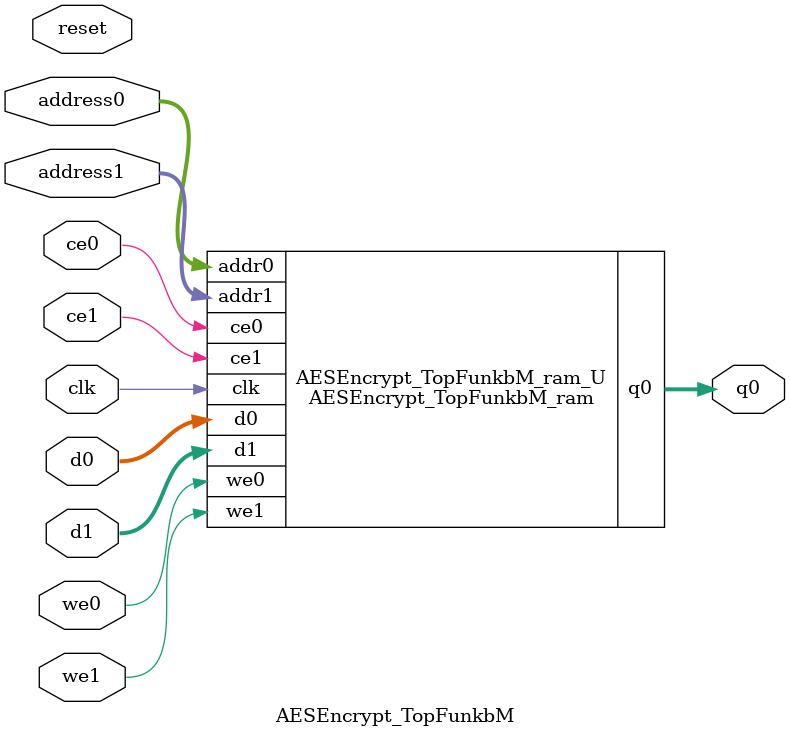
<source format=v>

`timescale 1 ns / 1 ps
module AESEncrypt_TopFunkbM_ram (addr0, ce0, d0, we0, q0, addr1, ce1, d1, we1,  clk);

parameter DWIDTH = 8;
parameter AWIDTH = 4;
parameter MEM_SIZE = 16;

input[AWIDTH-1:0] addr0;
input ce0;
input[DWIDTH-1:0] d0;
input we0;
output reg[DWIDTH-1:0] q0;
input[AWIDTH-1:0] addr1;
input ce1;
input[DWIDTH-1:0] d1;
input we1;
input clk;

(* ram_style = "block" *)reg [DWIDTH-1:0] ram[0:MEM_SIZE-1];




always @(posedge clk)  
begin 
    if (ce0) 
    begin
        if (we0) 
        begin 
            ram[addr0] <= d0; 
            q0 <= d0;
        end 
        else 
            q0 <= ram[addr0];
    end
end


always @(posedge clk)  
begin 
    if (ce1) 
    begin
        if (we1) 
        begin 
            ram[addr1] <= d1; 
        end 
    end
end


endmodule


`timescale 1 ns / 1 ps
module AESEncrypt_TopFunkbM(
    reset,
    clk,
    address0,
    ce0,
    we0,
    d0,
    q0,
    address1,
    ce1,
    we1,
    d1);

parameter DataWidth = 32'd8;
parameter AddressRange = 32'd16;
parameter AddressWidth = 32'd4;
input reset;
input clk;
input[AddressWidth - 1:0] address0;
input ce0;
input we0;
input[DataWidth - 1:0] d0;
output[DataWidth - 1:0] q0;
input[AddressWidth - 1:0] address1;
input ce1;
input we1;
input[DataWidth - 1:0] d1;



AESEncrypt_TopFunkbM_ram AESEncrypt_TopFunkbM_ram_U(
    .clk( clk ),
    .addr0( address0 ),
    .ce0( ce0 ),
    .d0( d0 ),
    .we0( we0 ),
    .q0( q0 ),
    .addr1( address1 ),
    .ce1( ce1 ),
    .d1( d1 ),
    .we1( we1 ));

endmodule


</source>
